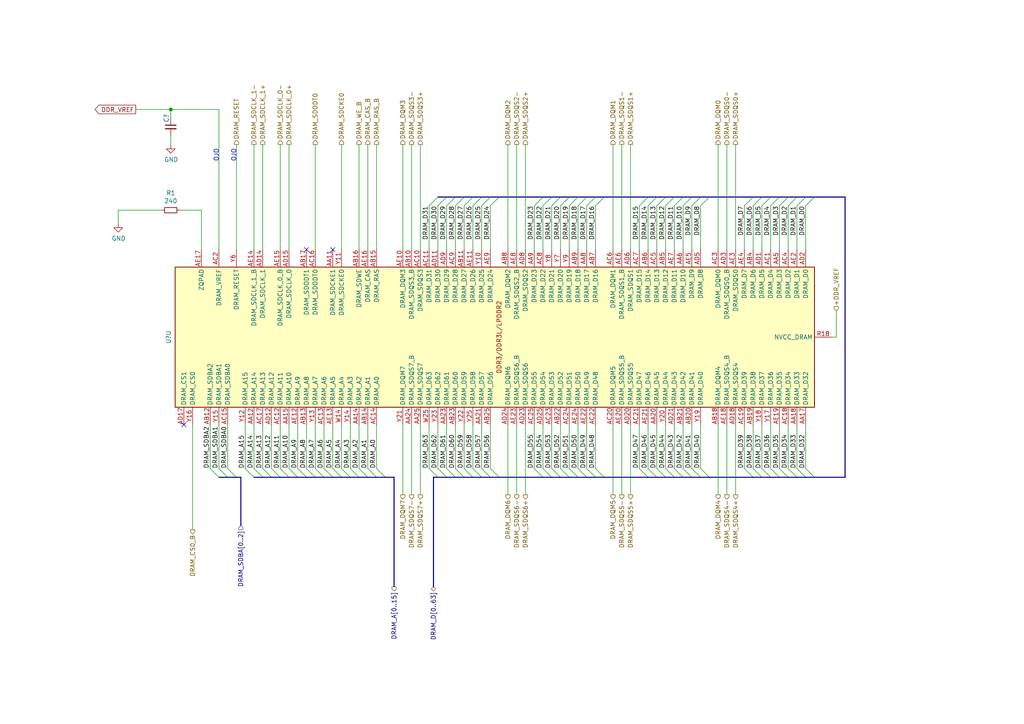
<source format=kicad_sch>
(kicad_sch (version 20211123) (generator eeschema)
  (paper "A4")
  (junction (at 49.53 31.75))
  (no_connect (at 88.9 72.39))
  (no_connect (at 96.52 72.39))
  (no_connect (at 53.34 123.19))
  (bus_entry (at 96.52 135.89) (size 2.54 2.54))
  (bus_entry (at 165.1 135.89) (size 2.54 2.54))
  (bus_entry (at 109.22 135.89) (size 2.54 2.54))
  (bus_entry (at 233.68 135.89) (size 2.54 2.54))
  (bus_entry (at 203.2 59.69) (size 2.54 -2.54))
  (bus_entry (at 165.1 59.69) (size 2.54 -2.54))
  (bus_entry (at 142.24 135.89) (size 2.54 2.54))
  (bus_entry (at 99.06 135.89) (size 2.54 2.54))
  (bus_entry (at 198.12 59.69) (size 2.54 -2.54))
  (bus_entry (at 215.9 59.69) (size 2.54 -2.54))
  (bus_entry (at 129.54 59.69) (size 2.54 -2.54))
  (bus_entry (at 167.64 59.69) (size 2.54 -2.54))
  (bus_entry (at 73.66 135.89) (size 2.54 2.54))
  (bus_entry (at 233.68 59.69) (size 2.54 -2.54))
  (bus_entry (at 172.72 59.69) (size 2.54 -2.54))
  (bus_entry (at 172.72 135.89) (size 2.54 2.54))
  (bus_entry (at 193.04 59.69) (size 2.54 -2.54))
  (bus_entry (at 83.82 135.89) (size 2.54 2.54))
  (bus_entry (at 167.64 135.89) (size 2.54 2.54))
  (bus_entry (at 160.02 59.69) (size 2.54 -2.54))
  (bus_entry (at 231.14 135.89) (size 2.54 2.54))
  (bus_entry (at 60.96 135.89) (size 2.54 2.54))
  (bus_entry (at 139.7 135.89) (size 2.54 2.54))
  (bus_entry (at 157.48 135.89) (size 2.54 2.54))
  (bus_entry (at 220.98 59.69) (size 2.54 -2.54))
  (bus_entry (at 170.18 135.89) (size 2.54 2.54))
  (bus_entry (at 88.9 135.89) (size 2.54 2.54))
  (bus_entry (at 223.52 59.69) (size 2.54 -2.54))
  (bus_entry (at 142.24 59.69) (size 2.54 -2.54))
  (bus_entry (at 76.2 135.89) (size 2.54 2.54))
  (bus_entry (at 162.56 59.69) (size 2.54 -2.54))
  (bus_entry (at 139.7 59.69) (size 2.54 -2.54))
  (bus_entry (at 187.96 59.69) (size 2.54 -2.54))
  (bus_entry (at 170.18 59.69) (size 2.54 -2.54))
  (bus_entry (at 81.28 135.89) (size 2.54 2.54))
  (bus_entry (at 231.14 59.69) (size 2.54 -2.54))
  (bus_entry (at 86.36 135.89) (size 2.54 2.54))
  (bus_entry (at 71.12 135.89) (size 2.54 2.54))
  (bus_entry (at 226.06 135.89) (size 2.54 2.54))
  (bus_entry (at 78.74 135.89) (size 2.54 2.54))
  (bus_entry (at 215.9 135.89) (size 2.54 2.54))
  (bus_entry (at 91.44 135.89) (size 2.54 2.54))
  (bus_entry (at 195.58 135.89) (size 2.54 2.54))
  (bus_entry (at 185.42 135.89) (size 2.54 2.54))
  (bus_entry (at 218.44 135.89) (size 2.54 2.54))
  (bus_entry (at 226.06 59.69) (size 2.54 -2.54))
  (bus_entry (at 66.04 135.89) (size 2.54 2.54))
  (bus_entry (at 124.46 135.89) (size 2.54 2.54))
  (bus_entry (at 127 59.69) (size 2.54 -2.54))
  (bus_entry (at 124.46 59.69) (size 2.54 -2.54))
  (bus_entry (at 154.94 135.89) (size 2.54 2.54))
  (bus_entry (at 228.6 135.89) (size 2.54 2.54))
  (bus_entry (at 218.44 59.69) (size 2.54 -2.54))
  (bus_entry (at 193.04 135.89) (size 2.54 2.54))
  (bus_entry (at 195.58 59.69) (size 2.54 -2.54))
  (bus_entry (at 187.96 135.89) (size 2.54 2.54))
  (bus_entry (at 129.54 135.89) (size 2.54 2.54))
  (bus_entry (at 200.66 59.69) (size 2.54 -2.54))
  (bus_entry (at 132.08 135.89) (size 2.54 2.54))
  (bus_entry (at 104.14 135.89) (size 2.54 2.54))
  (bus_entry (at 132.08 59.69) (size 2.54 -2.54))
  (bus_entry (at 134.62 135.89) (size 2.54 2.54))
  (bus_entry (at 137.16 135.89) (size 2.54 2.54))
  (bus_entry (at 127 135.89) (size 2.54 2.54))
  (bus_entry (at 200.66 135.89) (size 2.54 2.54))
  (bus_entry (at 223.52 135.89) (size 2.54 2.54))
  (bus_entry (at 101.6 135.89) (size 2.54 2.54))
  (bus_entry (at 220.98 135.89) (size 2.54 2.54))
  (bus_entry (at 203.2 135.89) (size 2.54 2.54))
  (bus_entry (at 63.5 135.89) (size 2.54 2.54))
  (bus_entry (at 157.48 59.69) (size 2.54 -2.54))
  (bus_entry (at 190.5 59.69) (size 2.54 -2.54))
  (bus_entry (at 134.62 59.69) (size 2.54 -2.54))
  (bus_entry (at 198.12 135.89) (size 2.54 2.54))
  (bus_entry (at 93.98 135.89) (size 2.54 2.54))
  (bus_entry (at 137.16 59.69) (size 2.54 -2.54))
  (bus_entry (at 154.94 59.69) (size 2.54 -2.54))
  (bus_entry (at 190.5 135.89) (size 2.54 2.54))
  (bus_entry (at 162.56 135.89) (size 2.54 2.54))
  (bus_entry (at 185.42 59.69) (size 2.54 -2.54))
  (bus_entry (at 160.02 135.89) (size 2.54 2.54))
  (bus_entry (at 106.68 135.89) (size 2.54 2.54))
  (bus_entry (at 228.6 59.69) (size 2.54 -2.54))
  (wire (pts (xy 228.6 72.39) (xy 228.6 59.69)))
  (bus (pts (xy 160.02 57.15) (xy 162.56 57.15)))
  (wire (pts (xy 60.96 123.19) (xy 60.96 135.89)))
  (bus (pts (xy 88.9 138.43) (xy 91.44 138.43)))
  (bus (pts (xy 134.62 57.15) (xy 137.16 57.15)))
  (bus (pts (xy 228.6 57.15) (xy 231.14 57.15)))
  (bus (pts (xy 175.26 138.43) (xy 187.96 138.43)))
  (wire (pts (xy 91.44 72.39) (xy 91.44 41.91)))
  (wire (pts (xy 177.8 72.39) (xy 177.8 41.91)))
  (wire (pts (xy 210.82 72.39) (xy 210.82 41.91)))
  (wire (pts (xy 99.06 72.39) (xy 99.06 41.91)))
  (wire (pts (xy 195.58 123.19) (xy 195.58 135.89)))
  (wire (pts (xy 208.28 72.39) (xy 208.28 41.91)))
  (wire (pts (xy 172.72 123.19) (xy 172.72 135.89)))
  (wire (pts (xy 142.24 123.19) (xy 142.24 135.89)))
  (bus (pts (xy 86.36 138.43) (xy 88.9 138.43)))
  (wire (pts (xy 195.58 72.39) (xy 195.58 59.69)))
  (wire (pts (xy 187.96 72.39) (xy 187.96 59.69)))
  (bus (pts (xy 195.58 138.43) (xy 198.12 138.43)))
  (wire (pts (xy 200.66 72.39) (xy 200.66 59.69)))
  (wire (pts (xy 149.86 143.51) (xy 149.86 123.19)))
  (bus (pts (xy 187.96 138.43) (xy 190.5 138.43)))
  (bus (pts (xy 245.11 57.15) (xy 245.11 138.43)))
  (bus (pts (xy 203.2 138.43) (xy 205.74 138.43)))
  (bus (pts (xy 132.08 138.43) (xy 134.62 138.43)))
  (bus (pts (xy 142.24 138.43) (xy 144.78 138.43)))
  (wire (pts (xy 223.52 123.19) (xy 223.52 135.89)))
  (wire (pts (xy 242.57 97.79) (xy 242.57 90.17)))
  (wire (pts (xy 190.5 72.39) (xy 190.5 59.69)))
  (wire (pts (xy 83.82 72.39) (xy 83.82 41.91)))
  (bus (pts (xy 73.66 138.43) (xy 76.2 138.43)))
  (wire (pts (xy 149.86 72.39) (xy 149.86 41.91)))
  (wire (pts (xy 157.48 123.19) (xy 157.48 135.89)))
  (bus (pts (xy 137.16 138.43) (xy 139.7 138.43)))
  (wire (pts (xy 129.54 72.39) (xy 129.54 59.69)))
  (bus (pts (xy 111.76 138.43) (xy 114.3 138.43)))
  (wire (pts (xy 132.08 123.19) (xy 132.08 135.89)))
  (bus (pts (xy 226.06 57.15) (xy 228.6 57.15)))
  (wire (pts (xy 177.8 123.19) (xy 177.8 143.51)))
  (wire (pts (xy 154.94 72.39) (xy 154.94 59.69)))
  (wire (pts (xy 76.2 72.39) (xy 76.2 41.91)))
  (wire (pts (xy 231.14 123.19) (xy 231.14 135.89)))
  (bus (pts (xy 220.98 57.15) (xy 223.52 57.15)))
  (wire (pts (xy 121.92 72.39) (xy 121.92 41.91)))
  (wire (pts (xy 193.04 72.39) (xy 193.04 59.69)))
  (bus (pts (xy 139.7 57.15) (xy 142.24 57.15)))
  (bus (pts (xy 165.1 57.15) (xy 167.64 57.15)))
  (bus (pts (xy 81.28 138.43) (xy 83.82 138.43)))
  (wire (pts (xy 49.53 31.75) (xy 63.5 31.75)))
  (bus (pts (xy 129.54 138.43) (xy 132.08 138.43)))
  (wire (pts (xy 71.12 123.19) (xy 71.12 135.89)))
  (wire (pts (xy 203.2 123.19) (xy 203.2 135.89)))
  (wire (pts (xy 215.9 72.39) (xy 215.9 59.69)))
  (wire (pts (xy 91.44 123.19) (xy 91.44 135.89)))
  (wire (pts (xy 170.18 123.19) (xy 170.18 135.89)))
  (wire (pts (xy 46.99 60.96) (xy 34.29 60.96)))
  (wire (pts (xy 162.56 123.19) (xy 162.56 135.89)))
  (wire (pts (xy 226.06 123.19) (xy 226.06 135.89)))
  (wire (pts (xy 231.14 72.39) (xy 231.14 59.69)))
  (bus (pts (xy 175.26 57.15) (xy 187.96 57.15)))
  (wire (pts (xy 203.2 72.39) (xy 203.2 59.69)))
  (wire (pts (xy 185.42 72.39) (xy 185.42 59.69)))
  (bus (pts (xy 203.2 57.15) (xy 205.74 57.15)))
  (bus (pts (xy 63.5 138.43) (xy 66.04 138.43)))
  (wire (pts (xy 34.29 60.96) (xy 34.29 64.77)))
  (wire (pts (xy 127 72.39) (xy 127 59.69)))
  (bus (pts (xy 233.68 57.15) (xy 236.22 57.15)))
  (bus (pts (xy 162.56 57.15) (xy 165.1 57.15)))
  (bus (pts (xy 167.64 57.15) (xy 170.18 57.15)))
  (wire (pts (xy 160.02 123.19) (xy 160.02 135.89)))
  (bus (pts (xy 114.3 138.43) (xy 114.3 170.18)))
  (wire (pts (xy 119.38 72.39) (xy 119.38 41.91)))
  (wire (pts (xy 104.14 72.39) (xy 104.14 41.91)))
  (bus (pts (xy 228.6 138.43) (xy 231.14 138.43)))
  (wire (pts (xy 152.4 72.39) (xy 152.4 41.91)))
  (bus (pts (xy 160.02 138.43) (xy 162.56 138.43)))
  (wire (pts (xy 55.88 123.19) (xy 55.88 153.67)))
  (wire (pts (xy 121.92 143.51) (xy 121.92 123.19)))
  (bus (pts (xy 69.85 138.43) (xy 69.85 152.4)))
  (wire (pts (xy 124.46 72.39) (xy 124.46 59.69)))
  (wire (pts (xy 106.68 123.19) (xy 106.68 135.89)))
  (bus (pts (xy 134.62 138.43) (xy 137.16 138.43)))
  (bus (pts (xy 83.82 138.43) (xy 86.36 138.43)))
  (bus (pts (xy 172.72 138.43) (xy 175.26 138.43)))
  (bus (pts (xy 200.66 57.15) (xy 203.2 57.15)))
  (bus (pts (xy 205.74 57.15) (xy 218.44 57.15)))
  (bus (pts (xy 193.04 57.15) (xy 195.58 57.15)))
  (wire (pts (xy 182.88 143.51) (xy 182.88 123.19)))
  (wire (pts (xy 172.72 72.39) (xy 172.72 59.69)))
  (bus (pts (xy 226.06 138.43) (xy 228.6 138.43)))
  (wire (pts (xy 78.74 123.19) (xy 78.74 135.89)))
  (wire (pts (xy 170.18 72.39) (xy 170.18 59.69)))
  (wire (pts (xy 73.66 72.39) (xy 73.66 41.91)))
  (wire (pts (xy 93.98 123.19) (xy 93.98 135.89)))
  (bus (pts (xy 125.73 138.43) (xy 125.73 170.18)))
  (bus (pts (xy 68.58 138.43) (xy 69.85 138.43)))
  (wire (pts (xy 147.32 123.19) (xy 147.32 143.51)))
  (wire (pts (xy 142.24 72.39) (xy 142.24 59.69)))
  (wire (pts (xy 63.5 123.19) (xy 63.5 135.89)))
  (bus (pts (xy 205.74 138.43) (xy 218.44 138.43)))
  (wire (pts (xy 228.6 123.19) (xy 228.6 135.89)))
  (wire (pts (xy 200.66 123.19) (xy 200.66 135.89)))
  (bus (pts (xy 106.68 138.43) (xy 109.22 138.43)))
  (wire (pts (xy 134.62 123.19) (xy 134.62 135.89)))
  (bus (pts (xy 157.48 138.43) (xy 160.02 138.43)))
  (wire (pts (xy 127 123.19) (xy 127 135.89)))
  (bus (pts (xy 99.06 138.43) (xy 101.6 138.43)))
  (bus (pts (xy 193.04 138.43) (xy 195.58 138.43)))
  (bus (pts (xy 198.12 57.15) (xy 200.66 57.15)))
  (wire (pts (xy 220.98 72.39) (xy 220.98 59.69)))
  (wire (pts (xy 49.53 31.75) (xy 39.37 31.75)))
  (wire (pts (xy 88.9 123.19) (xy 88.9 135.89)))
  (bus (pts (xy 127 138.43) (xy 129.54 138.43)))
  (wire (pts (xy 99.06 123.19) (xy 99.06 135.89)))
  (wire (pts (xy 190.5 123.19) (xy 190.5 135.89)))
  (wire (pts (xy 83.82 123.19) (xy 83.82 135.89)))
  (wire (pts (xy 137.16 123.19) (xy 137.16 135.89)))
  (bus (pts (xy 223.52 138.43) (xy 226.06 138.43)))
  (wire (pts (xy 81.28 72.39) (xy 81.28 41.91)))
  (bus (pts (xy 96.52 138.43) (xy 99.06 138.43)))
  (bus (pts (xy 127 57.15) (xy 129.54 57.15)))
  (wire (pts (xy 218.44 123.19) (xy 218.44 135.89)))
  (wire (pts (xy 218.44 72.39) (xy 218.44 59.69)))
  (bus (pts (xy 231.14 138.43) (xy 233.68 138.43)))
  (wire (pts (xy 49.53 34.29) (xy 49.53 31.75)))
  (bus (pts (xy 129.54 57.15) (xy 132.08 57.15)))
  (wire (pts (xy 180.34 143.51) (xy 180.34 123.19)))
  (bus (pts (xy 137.16 57.15) (xy 139.7 57.15)))
  (wire (pts (xy 49.53 39.37) (xy 49.53 41.91)))
  (wire (pts (xy 210.82 143.51) (xy 210.82 123.19)))
  (bus (pts (xy 101.6 138.43) (xy 104.14 138.43)))
  (wire (pts (xy 182.88 72.39) (xy 182.88 41.91)))
  (bus (pts (xy 76.2 138.43) (xy 78.74 138.43)))
  (wire (pts (xy 109.22 123.19) (xy 109.22 135.89)))
  (bus (pts (xy 139.7 138.43) (xy 142.24 138.43)))
  (wire (pts (xy 165.1 123.19) (xy 165.1 135.89)))
  (bus (pts (xy 220.98 138.43) (xy 223.52 138.43)))
  (bus (pts (xy 190.5 138.43) (xy 193.04 138.43)))
  (bus (pts (xy 142.24 57.15) (xy 144.78 57.15)))
  (wire (pts (xy 66.04 123.19) (xy 66.04 135.89)))
  (bus (pts (xy 172.72 57.15) (xy 175.26 57.15)))
  (wire (pts (xy 180.34 72.39) (xy 180.34 41.91)))
  (wire (pts (xy 185.42 123.19) (xy 185.42 135.89)))
  (wire (pts (xy 215.9 123.19) (xy 215.9 135.89)))
  (wire (pts (xy 68.58 72.39) (xy 68.58 41.91)))
  (wire (pts (xy 63.5 31.75) (xy 63.5 72.39)))
  (bus (pts (xy 157.48 57.15) (xy 160.02 57.15)))
  (wire (pts (xy 160.02 72.39) (xy 160.02 59.69)))
  (bus (pts (xy 109.22 138.43) (xy 111.76 138.43)))
  (bus (pts (xy 218.44 57.15) (xy 220.98 57.15)))
  (bus (pts (xy 170.18 57.15) (xy 172.72 57.15)))
  (wire (pts (xy 96.52 123.19) (xy 96.52 135.89)))
  (bus (pts (xy 200.66 138.43) (xy 203.2 138.43)))
  (wire (pts (xy 157.48 72.39) (xy 157.48 59.69)))
  (bus (pts (xy 170.18 138.43) (xy 172.72 138.43)))
  (wire (pts (xy 132.08 72.39) (xy 132.08 59.69)))
  (wire (pts (xy 154.94 123.19) (xy 154.94 135.89)))
  (wire (pts (xy 167.64 72.39) (xy 167.64 59.69)))
  (wire (pts (xy 58.42 60.96) (xy 52.07 60.96)))
  (wire (pts (xy 167.64 123.19) (xy 167.64 135.89)))
  (wire (pts (xy 86.36 123.19) (xy 86.36 135.89)))
  (wire (pts (xy 109.22 72.39) (xy 109.22 41.91)))
  (wire (pts (xy 213.36 72.39) (xy 213.36 41.91)))
  (wire (pts (xy 187.96 123.19) (xy 187.96 135.89)))
  (bus (pts (xy 93.98 138.43) (xy 96.52 138.43)))
  (bus (pts (xy 190.5 57.15) (xy 193.04 57.15)))
  (wire (pts (xy 116.84 123.19) (xy 116.84 143.51)))
  (bus (pts (xy 144.78 138.43) (xy 157.48 138.43)))
  (bus (pts (xy 162.56 138.43) (xy 165.1 138.43)))
  (wire (pts (xy 139.7 72.39) (xy 139.7 59.69)))
  (bus (pts (xy 218.44 138.43) (xy 220.98 138.43)))
  (bus (pts (xy 236.22 57.15) (xy 245.11 57.15)))
  (wire (pts (xy 220.98 123.19) (xy 220.98 135.89)))
  (wire (pts (xy 76.2 123.19) (xy 76.2 135.89)))
  (bus (pts (xy 132.08 57.15) (xy 134.62 57.15)))
  (wire (pts (xy 116.84 72.39) (xy 116.84 41.91)))
  (wire (pts (xy 81.28 123.19) (xy 81.28 135.89)))
  (bus (pts (xy 165.1 138.43) (xy 167.64 138.43)))
  (wire (pts (xy 233.68 123.19) (xy 233.68 135.89)))
  (wire (pts (xy 226.06 72.39) (xy 226.06 59.69)))
  (wire (pts (xy 101.6 123.19) (xy 101.6 135.89)))
  (bus (pts (xy 104.14 138.43) (xy 106.68 138.43)))
  (wire (pts (xy 124.46 123.19) (xy 124.46 135.89)))
  (wire (pts (xy 233.68 72.39) (xy 233.68 59.69)))
  (bus (pts (xy 66.04 138.43) (xy 68.58 138.43)))
  (wire (pts (xy 223.52 72.39) (xy 223.52 59.69)))
  (bus (pts (xy 78.74 138.43) (xy 81.28 138.43)))
  (bus (pts (xy 144.78 57.15) (xy 157.48 57.15)))
  (wire (pts (xy 165.1 72.39) (xy 165.1 59.69)))
  (wire (pts (xy 241.3 97.79) (xy 242.57 97.79)))
  (bus (pts (xy 231.14 57.15) (xy 233.68 57.15)))
  (wire (pts (xy 137.16 72.39) (xy 137.16 59.69)))
  (wire (pts (xy 162.56 72.39) (xy 162.56 59.69)))
  (wire (pts (xy 129.54 123.19) (xy 129.54 135.89)))
  (wire (pts (xy 134.62 72.39) (xy 134.62 59.69)))
  (wire (pts (xy 152.4 143.51) (xy 152.4 123.19)))
  (bus (pts (xy 195.58 57.15) (xy 198.12 57.15)))
  (bus (pts (xy 167.64 138.43) (xy 170.18 138.43)))
  (bus (pts (xy 91.44 138.43) (xy 93.98 138.43)))
  (wire (pts (xy 208.28 123.19) (xy 208.28 143.51)))
  (bus (pts (xy 198.12 138.43) (xy 200.66 138.43)))
  (wire (pts (xy 198.12 72.39) (xy 198.12 59.69)))
  (bus (pts (xy 236.22 138.43) (xy 245.11 138.43)))
  (wire (pts (xy 106.68 72.39) (xy 106.68 41.91)))
  (wire (pts (xy 139.7 123.19) (xy 139.7 135.89)))
  (bus (pts (xy 233.68 138.43) (xy 236.22 138.43)))
  (bus (pts (xy 187.96 57.15) (xy 190.5 57.15)))
  (bus (pts (xy 223.52 57.15) (xy 226.06 57.15)))
  (wire (pts (xy 104.14 123.19) (xy 104.14 135.89)))
  (wire (pts (xy 193.04 123.19) (xy 193.04 135.89)))
  (bus (pts (xy 125.73 138.43) (xy 127 138.43)))
  (wire (pts (xy 73.66 123.19) (xy 73.66 135.89)))
  (wire (pts (xy 147.32 72.39) (xy 147.32 41.91)))
  (wire (pts (xy 213.36 143.51) (xy 213.36 123.19)))
  (wire (pts (xy 198.12 123.19) (xy 198.12 135.89)))
  (wire (pts (xy 58.42 72.39) (xy 58.42 60.96)))
  (wire (pts (xy 119.38 143.51) (xy 119.38 123.19)))
  (text "OJO" (at 63.5 43.18 270) (effects (font (size 1.27 1.27)) (justify right bottom)))
  (text "OJO" (at 68.58 43.18 270) (effects (font (size 1.27 1.27)) (justify right bottom)))
  (label "DRAM_D2" (at 228.6 59.69 270))
  (label "DRAM_D34" (at 228.6 135.89 90))
  (label "DRAM_D47" (at 185.42 135.89 90))
  (label "DRAM_D29" (at 129.54 59.69 270))
  (label "DRAM_D12" (at 193.04 59.69 270))
  (label "DRAM_A0" (at 109.22 135.89 90))
  (label "DRAM_D38" (at 218.44 135.89 90))
  (label "DRAM_D46" (at 187.96 135.89 90))
  (label "DRAM_SDBA1" (at 63.5 135.89 90))
  (label "DRAM_D35" (at 226.06 135.89 90))
  (label "DRAM_D4" (at 223.52 59.69 270))
  (label "DRAM_D0" (at 233.68 59.69 270))
  (label "DRAM_D48" (at 172.72 135.89 90))
  (label "DRAM_D54" (at 157.48 135.89 90))
  (label "DRAM_D21" (at 160.02 59.69 270))
  (label "DRAM_D24" (at 142.24 59.69 270))
  (label "DRAM_D5" (at 220.98 59.69 270))
  (label "DRAM_D3" (at 226.06 59.69 270))
  (label "DRAM_A5" (at 96.52 135.89 90))
  (label "DRAM_A12" (at 78.74 135.89 90))
  (label "DRAM_D28" (at 132.08 59.69 270))
  (label "DRAM_A3" (at 101.6 135.89 90))
  (label "DRAM_A15" (at 71.12 135.89 90))
  (label "DRAM_D6" (at 218.44 59.69 270))
  (label "DRAM_D56" (at 142.24 135.89 90))
  (label "DRAM_D40" (at 203.2 135.89 90))
  (label "DRAM_D37" (at 220.98 135.89 90))
  (label "DRAM_A8" (at 88.9 135.89 90))
  (label "DRAM_D42" (at 198.12 135.89 90))
  (label "DRAM_D50" (at 167.64 135.89 90))
  (label "DRAM_D13" (at 190.5 59.69 270))
  (label "DRAM_D31" (at 124.46 59.69 270))
  (label "DRAM_A9" (at 86.36 135.89 90))
  (label "DRAM_D18" (at 167.64 59.69 270))
  (label "DRAM_D44" (at 193.04 135.89 90))
  (label "DRAM_D62" (at 127 135.89 90))
  (label "DRAM_D51" (at 165.1 135.89 90))
  (label "DRAM_D14" (at 187.96 59.69 270))
  (label "DRAM_D8" (at 203.2 59.69 270))
  (label "DRAM_D60" (at 132.08 135.89 90))
  (label "DRAM_A13" (at 76.2 135.89 90))
  (label "DRAM_A6" (at 93.98 135.89 90))
  (label "DRAM_D19" (at 165.1 59.69 270))
  (label "DRAM_D1" (at 231.14 59.69 270))
  (label "DRAM_D32" (at 233.68 135.89 90))
  (label "DRAM_D26" (at 137.16 59.69 270))
  (label "DRAM_D22" (at 157.48 59.69 270))
  (label "DRAM_D49" (at 170.18 135.89 90))
  (label "DRAM_D11" (at 195.58 59.69 270))
  (label "DRAM_A14" (at 73.66 135.89 90))
  (label "DRAM_D10" (at 198.12 59.69 270))
  (label "DRAM_D63" (at 124.46 135.89 90))
  (label "DRAM_SDBA0" (at 66.04 135.89 90))
  (label "DRAM_SDBA2" (at 60.96 135.89 90))
  (label "DRAM_D17" (at 170.18 59.69 270))
  (label "DRAM_D52" (at 162.56 135.89 90))
  (label "DRAM_A1" (at 106.68 135.89 90))
  (label "DRAM_D20" (at 162.56 59.69 270))
  (label "DRAM_D58" (at 137.16 135.89 90))
  (label "DRAM_D30" (at 127 59.69 270))
  (label "DRAM_D59" (at 134.62 135.89 90))
  (label "DRAM_D16" (at 172.72 59.69 270))
  (label "DRAM_D57" (at 139.7 135.89 90))
  (label "DRAM_D7" (at 215.9 59.69 270))
  (label "DRAM_D15" (at 185.42 59.69 270))
  (label "DRAM_D25" (at 139.7 59.69 270))
  (label "DRAM_A2" (at 104.14 135.89 90))
  (label "DRAM_A4" (at 99.06 135.89 90))
  (label "DRAM_D55" (at 154.94 135.89 90))
  (label "DRAM_D36" (at 223.52 135.89 90))
  (label "DRAM_A10" (at 83.82 135.89 90))
  (label "DRAM_D23" (at 154.94 59.69 270))
  (label "DRAM_D43" (at 195.58 135.89 90))
  (label "DRAM_D61" (at 129.54 135.89 90))
  (label "DRAM_D9" (at 200.66 59.69 270))
  (label "DRAM_D27" (at 134.62 59.69 270))
  (label "DRAM_D33" (at 231.14 135.89 90))
  (label "DRAM_D41" (at 200.66 135.89 90))
  (label "DRAM_A11" (at 81.28 135.89 90))
  (label "DRAM_D39" (at 215.9 135.89 90))
  (label "DRAM_A7" (at 91.44 135.89 90))
  (label "DRAM_D45" (at 190.5 135.89 90))
  (label "DRAM_D53" (at 160.02 135.89 90))
  (global_label "DDR_VREF" (shape output) (at 39.37 31.75 180) (property "Intersheet References" "${INTERSHEET_REFS}" (effects hide)))
  (hierarchical_label "DRAM_SDQS4+" (shape output) (at 213.36 143.51 270))
  (hierarchical_label "DRAM_RAS_B" (shape output) (at 109.22 41.91 90))
  (hierarchical_label "DRAM_CAS_B" (shape output) (at 106.68 41.91 90))
  (hierarchical_label "+DDR_VREF" (shape input) (at 242.57 90.17 90))
  (hierarchical_label "DRAM_SDQS3+" (shape output) (at 121.92 41.91 90))
  (hierarchical_label "DRAM_SDQS1-" (shape output) (at 180.34 41.91 90))
  (hierarchical_label "DRAM_CS0_B" (shape output) (at 55.88 153.67 270))
  (hierarchical_label "DRAM_DQM6" (shape output) (at 147.32 143.51 270))
  (hierarchical_label "DRAM_A[0..15]" (shape output) (at 114.3 170.18 270))
  (hierarchical_label "DRAM_SDQS0-" (shape output) (at 210.82 41.91 90))
  (hierarchical_label "DRAM_SDCLK_1-" (shape output) (at 73.66 41.91 90))
  (hierarchical_label "DRAM_DQM2" (shape output) (at 147.32 41.91 90))
  (hierarchical_label "DRAM_RESET" (shape output) (at 68.58 41.91 90))
  (hierarchical_label "DRAM_WE_B" (shape output) (at 104.14 41.91 90))
  (hierarchical_label "DRAM_DQM5" (shape output) (at 177.8 143.51 270))
  (hierarchical_label "DRAM_SDQS6+" (shape output) (at 152.4 143.51 270))
  (hierarchical_label "DRAM_SDQS7-" (shape output) (at 119.38 143.51 270))
  (hierarchical_label "DRAM_SDQS2+" (shape output) (at 152.4 41.91 90))
  (hierarchical_label "DRAM_SDQS2-" (shape output) (at 149.86 41.91 90))
  (hierarchical_label "DRAM_SDCLK_0-" (shape output) (at 81.28 41.91 90))
  (hierarchical_label "DRAM_DQM0" (shape output) (at 208.28 41.91 90))
  (hierarchical_label "DRAM_SDODT0" (shape output) (at 91.44 41.91 90))
  (hierarchical_label "DRAM_SDQS1+" (shape output) (at 182.88 41.91 90))
  (hierarchical_label "DRAM_SDQS5+" (shape output) (at 182.88 143.51 270))
  (hierarchical_label "DRAM_SDQS4-" (shape output) (at 210.82 143.51 270))
  (hierarchical_label "DRAM_DQM3" (shape output) (at 116.84 41.91 90))
  (hierarchical_label "DRAM_DQM1" (shape output) (at 177.8 41.91 90))
  (hierarchical_label "DRAM_SDQS7+" (shape output) (at 121.92 143.51 270))
  (hierarchical_label "DRAM_SDCKE0" (shape output) (at 99.06 41.91 90))
  (hierarchical_label "DRAM_SDQS5-" (shape output) (at 180.34 143.51 270))
  (hierarchical_label "DRAM_SDQS0+" (shape output) (at 213.36 41.91 90))
  (hierarchical_label "DRAM_D[0..63]" (shape bidirectional) (at 125.73 170.18 270))
  (hierarchical_label "DRAM_SDBA[0..2]" (shape input) (at 69.85 152.4 270))
  (hierarchical_label "DRAM_SDQS6-" (shape output) (at 149.86 143.51 270))
  (hierarchical_label "DRAM_DQM4" (shape output) (at 208.28 143.51 270))
  (hierarchical_label "DRAM_SDCLK_0+" (shape output) (at 83.82 41.91 90))
  (hierarchical_label "DRAM_SDCLK_1+" (shape output) (at 76.2 41.91 90))
  (hierarchical_label "DRAM_DQM7" (shape output) (at 116.84 143.51 270))
  (hierarchical_label "DRAM_SDQS3-" (shape output) (at 119.38 41.91 90))
  (symbol (lib_id "IMXDesign-rescue:R_Small-Device") (at 49.53 60.96 270) (unit 1)
    (property "Reference" "R1" (at 49.53 55.9816 90))
    (property "Value" "240" (at 49.53 58.293 90))
    (property "Footprint" "Resistor_SMD:R_0201_0603Metric" (effects hide))
  )
  (symbol (lib_id "IMXDesign-rescue:GND-power") (at 34.29 64.77 0) (unit 1)
    (property "Reference" "#PWR01" (effects hide))
    (property "Value" "GND" (at 34.417 69.1642 0))
  )
  (symbol (lib_id "IMXDesign-rescue:MCIMX6QP5EVT-CPU_NXP_IMX") (at 147.32 97.79 270) (unit 21)
    (property "Reference" "U?" (at 48.895 97.79 0))
    (property "Datasheet" "https://www.nxp.com/docs/en/data-sheet/IMX6DQPCEC.pdf" (effects hide))
  )
  (symbol (lib_id "IMXDesign-rescue:C_Small-Device") (at 49.53 36.83 0) (unit 1)
    (property "Reference" "C?" (at 48.26 35.56 90) (effects (justify left)))
  )
  (symbol (lib_id "IMXDesign-rescue:GND-power") (at 49.53 41.91 0) (unit 1)
    (property "Reference" "#PWR?" (effects hide))
  )
)
</source>
